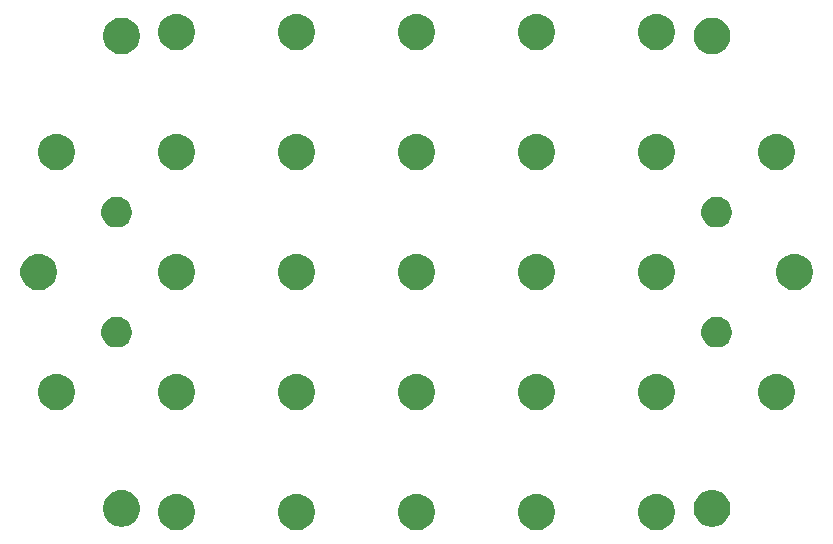
<source format=gbr>
G04 #@! TF.GenerationSoftware,KiCad,Pcbnew,5.1.5-52549c5~86~ubuntu18.04.1*
G04 #@! TF.CreationDate,2020-08-18T13:39:39-05:00*
G04 #@! TF.ProjectId,A00,4130302e-6b69-4636-9164-5f7063625858,rev?*
G04 #@! TF.SameCoordinates,Original*
G04 #@! TF.FileFunction,Soldermask,Bot*
G04 #@! TF.FilePolarity,Negative*
%FSLAX46Y46*%
G04 Gerber Fmt 4.6, Leading zero omitted, Abs format (unit mm)*
G04 Created by KiCad (PCBNEW 5.1.5-52549c5~86~ubuntu18.04.1) date 2020-08-18 13:39:39*
%MOMM*%
%LPD*%
G04 APERTURE LIST*
%ADD10C,0.100000*%
G04 APERTURE END LIST*
D10*
G36*
X158104773Y-143295259D02*
G01*
X158272410Y-143328604D01*
X158554674Y-143445521D01*
X158808705Y-143615259D01*
X159024741Y-143831295D01*
X159194479Y-144085326D01*
X159311396Y-144367590D01*
X159371000Y-144667240D01*
X159371000Y-144972760D01*
X159311396Y-145272410D01*
X159194479Y-145554674D01*
X159024741Y-145808705D01*
X158808705Y-146024741D01*
X158554674Y-146194479D01*
X158272410Y-146311396D01*
X158122585Y-146341198D01*
X157972761Y-146371000D01*
X157667239Y-146371000D01*
X157517415Y-146341198D01*
X157367590Y-146311396D01*
X157085326Y-146194479D01*
X156831295Y-146024741D01*
X156615259Y-145808705D01*
X156445521Y-145554674D01*
X156328604Y-145272410D01*
X156269000Y-144972760D01*
X156269000Y-144667240D01*
X156328604Y-144367590D01*
X156445521Y-144085326D01*
X156615259Y-143831295D01*
X156831295Y-143615259D01*
X157085326Y-143445521D01*
X157367590Y-143328604D01*
X157535227Y-143295259D01*
X157667239Y-143269000D01*
X157972761Y-143269000D01*
X158104773Y-143295259D01*
G37*
G36*
X147944773Y-143295259D02*
G01*
X148112410Y-143328604D01*
X148394674Y-143445521D01*
X148648705Y-143615259D01*
X148864741Y-143831295D01*
X149034479Y-144085326D01*
X149151396Y-144367590D01*
X149211000Y-144667240D01*
X149211000Y-144972760D01*
X149151396Y-145272410D01*
X149034479Y-145554674D01*
X148864741Y-145808705D01*
X148648705Y-146024741D01*
X148394674Y-146194479D01*
X148112410Y-146311396D01*
X147962585Y-146341198D01*
X147812761Y-146371000D01*
X147507239Y-146371000D01*
X147357415Y-146341198D01*
X147207590Y-146311396D01*
X146925326Y-146194479D01*
X146671295Y-146024741D01*
X146455259Y-145808705D01*
X146285521Y-145554674D01*
X146168604Y-145272410D01*
X146109000Y-144972760D01*
X146109000Y-144667240D01*
X146168604Y-144367590D01*
X146285521Y-144085326D01*
X146455259Y-143831295D01*
X146671295Y-143615259D01*
X146925326Y-143445521D01*
X147207590Y-143328604D01*
X147375227Y-143295259D01*
X147507239Y-143269000D01*
X147812761Y-143269000D01*
X147944773Y-143295259D01*
G37*
G36*
X117464773Y-143295259D02*
G01*
X117632410Y-143328604D01*
X117914674Y-143445521D01*
X118168705Y-143615259D01*
X118384741Y-143831295D01*
X118554479Y-144085326D01*
X118671396Y-144367590D01*
X118731000Y-144667240D01*
X118731000Y-144972760D01*
X118671396Y-145272410D01*
X118554479Y-145554674D01*
X118384741Y-145808705D01*
X118168705Y-146024741D01*
X117914674Y-146194479D01*
X117632410Y-146311396D01*
X117482585Y-146341198D01*
X117332761Y-146371000D01*
X117027239Y-146371000D01*
X116877415Y-146341198D01*
X116727590Y-146311396D01*
X116445326Y-146194479D01*
X116191295Y-146024741D01*
X115975259Y-145808705D01*
X115805521Y-145554674D01*
X115688604Y-145272410D01*
X115629000Y-144972760D01*
X115629000Y-144667240D01*
X115688604Y-144367590D01*
X115805521Y-144085326D01*
X115975259Y-143831295D01*
X116191295Y-143615259D01*
X116445326Y-143445521D01*
X116727590Y-143328604D01*
X116895227Y-143295259D01*
X117027239Y-143269000D01*
X117332761Y-143269000D01*
X117464773Y-143295259D01*
G37*
G36*
X137784773Y-143295259D02*
G01*
X137952410Y-143328604D01*
X138234674Y-143445521D01*
X138488705Y-143615259D01*
X138704741Y-143831295D01*
X138874479Y-144085326D01*
X138991396Y-144367590D01*
X139051000Y-144667240D01*
X139051000Y-144972760D01*
X138991396Y-145272410D01*
X138874479Y-145554674D01*
X138704741Y-145808705D01*
X138488705Y-146024741D01*
X138234674Y-146194479D01*
X137952410Y-146311396D01*
X137802585Y-146341198D01*
X137652761Y-146371000D01*
X137347239Y-146371000D01*
X137197415Y-146341198D01*
X137047590Y-146311396D01*
X136765326Y-146194479D01*
X136511295Y-146024741D01*
X136295259Y-145808705D01*
X136125521Y-145554674D01*
X136008604Y-145272410D01*
X135949000Y-144972760D01*
X135949000Y-144667240D01*
X136008604Y-144367590D01*
X136125521Y-144085326D01*
X136295259Y-143831295D01*
X136511295Y-143615259D01*
X136765326Y-143445521D01*
X137047590Y-143328604D01*
X137215227Y-143295259D01*
X137347239Y-143269000D01*
X137652761Y-143269000D01*
X137784773Y-143295259D01*
G37*
G36*
X127624773Y-143295259D02*
G01*
X127792410Y-143328604D01*
X128074674Y-143445521D01*
X128328705Y-143615259D01*
X128544741Y-143831295D01*
X128714479Y-144085326D01*
X128831396Y-144367590D01*
X128891000Y-144667240D01*
X128891000Y-144972760D01*
X128831396Y-145272410D01*
X128714479Y-145554674D01*
X128544741Y-145808705D01*
X128328705Y-146024741D01*
X128074674Y-146194479D01*
X127792410Y-146311396D01*
X127642585Y-146341198D01*
X127492761Y-146371000D01*
X127187239Y-146371000D01*
X127037415Y-146341198D01*
X126887590Y-146311396D01*
X126605326Y-146194479D01*
X126351295Y-146024741D01*
X126135259Y-145808705D01*
X125965521Y-145554674D01*
X125848604Y-145272410D01*
X125789000Y-144972760D01*
X125789000Y-144667240D01*
X125848604Y-144367590D01*
X125965521Y-144085326D01*
X126135259Y-143831295D01*
X126351295Y-143615259D01*
X126605326Y-143445521D01*
X126887590Y-143328604D01*
X127055227Y-143295259D01*
X127187239Y-143269000D01*
X127492761Y-143269000D01*
X127624773Y-143295259D01*
G37*
G36*
X162802585Y-142978802D02*
G01*
X162952410Y-143008604D01*
X163234674Y-143125521D01*
X163488705Y-143295259D01*
X163704741Y-143511295D01*
X163874479Y-143765326D01*
X163991396Y-144047590D01*
X164051000Y-144347240D01*
X164051000Y-144652760D01*
X163991396Y-144952410D01*
X163874479Y-145234674D01*
X163704741Y-145488705D01*
X163488705Y-145704741D01*
X163234674Y-145874479D01*
X162952410Y-145991396D01*
X162802585Y-146021198D01*
X162652761Y-146051000D01*
X162347239Y-146051000D01*
X162197415Y-146021198D01*
X162047590Y-145991396D01*
X161765326Y-145874479D01*
X161511295Y-145704741D01*
X161295259Y-145488705D01*
X161125521Y-145234674D01*
X161008604Y-144952410D01*
X160949000Y-144652760D01*
X160949000Y-144347240D01*
X161008604Y-144047590D01*
X161125521Y-143765326D01*
X161295259Y-143511295D01*
X161511295Y-143295259D01*
X161765326Y-143125521D01*
X162047590Y-143008604D01*
X162197415Y-142978802D01*
X162347239Y-142949000D01*
X162652761Y-142949000D01*
X162802585Y-142978802D01*
G37*
G36*
X112802585Y-142978802D02*
G01*
X112952410Y-143008604D01*
X113234674Y-143125521D01*
X113488705Y-143295259D01*
X113704741Y-143511295D01*
X113874479Y-143765326D01*
X113991396Y-144047590D01*
X114051000Y-144347240D01*
X114051000Y-144652760D01*
X113991396Y-144952410D01*
X113874479Y-145234674D01*
X113704741Y-145488705D01*
X113488705Y-145704741D01*
X113234674Y-145874479D01*
X112952410Y-145991396D01*
X112802585Y-146021198D01*
X112652761Y-146051000D01*
X112347239Y-146051000D01*
X112197415Y-146021198D01*
X112047590Y-145991396D01*
X111765326Y-145874479D01*
X111511295Y-145704741D01*
X111295259Y-145488705D01*
X111125521Y-145234674D01*
X111008604Y-144952410D01*
X110949000Y-144652760D01*
X110949000Y-144347240D01*
X111008604Y-144047590D01*
X111125521Y-143765326D01*
X111295259Y-143511295D01*
X111511295Y-143295259D01*
X111765326Y-143125521D01*
X112047590Y-143008604D01*
X112197415Y-142978802D01*
X112347239Y-142949000D01*
X112652761Y-142949000D01*
X112802585Y-142978802D01*
G37*
G36*
X127642585Y-133138802D02*
G01*
X127792410Y-133168604D01*
X128074674Y-133285521D01*
X128328705Y-133455259D01*
X128544741Y-133671295D01*
X128714479Y-133925326D01*
X128831396Y-134207590D01*
X128891000Y-134507240D01*
X128891000Y-134812760D01*
X128831396Y-135112410D01*
X128714479Y-135394674D01*
X128544741Y-135648705D01*
X128328705Y-135864741D01*
X128074674Y-136034479D01*
X127792410Y-136151396D01*
X127642585Y-136181198D01*
X127492761Y-136211000D01*
X127187239Y-136211000D01*
X127037415Y-136181198D01*
X126887590Y-136151396D01*
X126605326Y-136034479D01*
X126351295Y-135864741D01*
X126135259Y-135648705D01*
X125965521Y-135394674D01*
X125848604Y-135112410D01*
X125789000Y-134812760D01*
X125789000Y-134507240D01*
X125848604Y-134207590D01*
X125965521Y-133925326D01*
X126135259Y-133671295D01*
X126351295Y-133455259D01*
X126605326Y-133285521D01*
X126887590Y-133168604D01*
X127037415Y-133138802D01*
X127187239Y-133109000D01*
X127492761Y-133109000D01*
X127642585Y-133138802D01*
G37*
G36*
X107322585Y-133138802D02*
G01*
X107472410Y-133168604D01*
X107754674Y-133285521D01*
X108008705Y-133455259D01*
X108224741Y-133671295D01*
X108394479Y-133925326D01*
X108511396Y-134207590D01*
X108571000Y-134507240D01*
X108571000Y-134812760D01*
X108511396Y-135112410D01*
X108394479Y-135394674D01*
X108224741Y-135648705D01*
X108008705Y-135864741D01*
X107754674Y-136034479D01*
X107472410Y-136151396D01*
X107322585Y-136181198D01*
X107172761Y-136211000D01*
X106867239Y-136211000D01*
X106717415Y-136181198D01*
X106567590Y-136151396D01*
X106285326Y-136034479D01*
X106031295Y-135864741D01*
X105815259Y-135648705D01*
X105645521Y-135394674D01*
X105528604Y-135112410D01*
X105469000Y-134812760D01*
X105469000Y-134507240D01*
X105528604Y-134207590D01*
X105645521Y-133925326D01*
X105815259Y-133671295D01*
X106031295Y-133455259D01*
X106285326Y-133285521D01*
X106567590Y-133168604D01*
X106717415Y-133138802D01*
X106867239Y-133109000D01*
X107172761Y-133109000D01*
X107322585Y-133138802D01*
G37*
G36*
X117482585Y-133138802D02*
G01*
X117632410Y-133168604D01*
X117914674Y-133285521D01*
X118168705Y-133455259D01*
X118384741Y-133671295D01*
X118554479Y-133925326D01*
X118671396Y-134207590D01*
X118731000Y-134507240D01*
X118731000Y-134812760D01*
X118671396Y-135112410D01*
X118554479Y-135394674D01*
X118384741Y-135648705D01*
X118168705Y-135864741D01*
X117914674Y-136034479D01*
X117632410Y-136151396D01*
X117482585Y-136181198D01*
X117332761Y-136211000D01*
X117027239Y-136211000D01*
X116877415Y-136181198D01*
X116727590Y-136151396D01*
X116445326Y-136034479D01*
X116191295Y-135864741D01*
X115975259Y-135648705D01*
X115805521Y-135394674D01*
X115688604Y-135112410D01*
X115629000Y-134812760D01*
X115629000Y-134507240D01*
X115688604Y-134207590D01*
X115805521Y-133925326D01*
X115975259Y-133671295D01*
X116191295Y-133455259D01*
X116445326Y-133285521D01*
X116727590Y-133168604D01*
X116877415Y-133138802D01*
X117027239Y-133109000D01*
X117332761Y-133109000D01*
X117482585Y-133138802D01*
G37*
G36*
X137802585Y-133138802D02*
G01*
X137952410Y-133168604D01*
X138234674Y-133285521D01*
X138488705Y-133455259D01*
X138704741Y-133671295D01*
X138874479Y-133925326D01*
X138991396Y-134207590D01*
X139051000Y-134507240D01*
X139051000Y-134812760D01*
X138991396Y-135112410D01*
X138874479Y-135394674D01*
X138704741Y-135648705D01*
X138488705Y-135864741D01*
X138234674Y-136034479D01*
X137952410Y-136151396D01*
X137802585Y-136181198D01*
X137652761Y-136211000D01*
X137347239Y-136211000D01*
X137197415Y-136181198D01*
X137047590Y-136151396D01*
X136765326Y-136034479D01*
X136511295Y-135864741D01*
X136295259Y-135648705D01*
X136125521Y-135394674D01*
X136008604Y-135112410D01*
X135949000Y-134812760D01*
X135949000Y-134507240D01*
X136008604Y-134207590D01*
X136125521Y-133925326D01*
X136295259Y-133671295D01*
X136511295Y-133455259D01*
X136765326Y-133285521D01*
X137047590Y-133168604D01*
X137197415Y-133138802D01*
X137347239Y-133109000D01*
X137652761Y-133109000D01*
X137802585Y-133138802D01*
G37*
G36*
X147962585Y-133138802D02*
G01*
X148112410Y-133168604D01*
X148394674Y-133285521D01*
X148648705Y-133455259D01*
X148864741Y-133671295D01*
X149034479Y-133925326D01*
X149151396Y-134207590D01*
X149211000Y-134507240D01*
X149211000Y-134812760D01*
X149151396Y-135112410D01*
X149034479Y-135394674D01*
X148864741Y-135648705D01*
X148648705Y-135864741D01*
X148394674Y-136034479D01*
X148112410Y-136151396D01*
X147962585Y-136181198D01*
X147812761Y-136211000D01*
X147507239Y-136211000D01*
X147357415Y-136181198D01*
X147207590Y-136151396D01*
X146925326Y-136034479D01*
X146671295Y-135864741D01*
X146455259Y-135648705D01*
X146285521Y-135394674D01*
X146168604Y-135112410D01*
X146109000Y-134812760D01*
X146109000Y-134507240D01*
X146168604Y-134207590D01*
X146285521Y-133925326D01*
X146455259Y-133671295D01*
X146671295Y-133455259D01*
X146925326Y-133285521D01*
X147207590Y-133168604D01*
X147357415Y-133138802D01*
X147507239Y-133109000D01*
X147812761Y-133109000D01*
X147962585Y-133138802D01*
G37*
G36*
X168282585Y-133138802D02*
G01*
X168432410Y-133168604D01*
X168714674Y-133285521D01*
X168968705Y-133455259D01*
X169184741Y-133671295D01*
X169354479Y-133925326D01*
X169471396Y-134207590D01*
X169531000Y-134507240D01*
X169531000Y-134812760D01*
X169471396Y-135112410D01*
X169354479Y-135394674D01*
X169184741Y-135648705D01*
X168968705Y-135864741D01*
X168714674Y-136034479D01*
X168432410Y-136151396D01*
X168282585Y-136181198D01*
X168132761Y-136211000D01*
X167827239Y-136211000D01*
X167677415Y-136181198D01*
X167527590Y-136151396D01*
X167245326Y-136034479D01*
X166991295Y-135864741D01*
X166775259Y-135648705D01*
X166605521Y-135394674D01*
X166488604Y-135112410D01*
X166429000Y-134812760D01*
X166429000Y-134507240D01*
X166488604Y-134207590D01*
X166605521Y-133925326D01*
X166775259Y-133671295D01*
X166991295Y-133455259D01*
X167245326Y-133285521D01*
X167527590Y-133168604D01*
X167677415Y-133138802D01*
X167827239Y-133109000D01*
X168132761Y-133109000D01*
X168282585Y-133138802D01*
G37*
G36*
X158122585Y-133138802D02*
G01*
X158272410Y-133168604D01*
X158554674Y-133285521D01*
X158808705Y-133455259D01*
X159024741Y-133671295D01*
X159194479Y-133925326D01*
X159311396Y-134207590D01*
X159371000Y-134507240D01*
X159371000Y-134812760D01*
X159311396Y-135112410D01*
X159194479Y-135394674D01*
X159024741Y-135648705D01*
X158808705Y-135864741D01*
X158554674Y-136034479D01*
X158272410Y-136151396D01*
X158122585Y-136181198D01*
X157972761Y-136211000D01*
X157667239Y-136211000D01*
X157517415Y-136181198D01*
X157367590Y-136151396D01*
X157085326Y-136034479D01*
X156831295Y-135864741D01*
X156615259Y-135648705D01*
X156445521Y-135394674D01*
X156328604Y-135112410D01*
X156269000Y-134812760D01*
X156269000Y-134507240D01*
X156328604Y-134207590D01*
X156445521Y-133925326D01*
X156615259Y-133671295D01*
X156831295Y-133455259D01*
X157085326Y-133285521D01*
X157367590Y-133168604D01*
X157517415Y-133138802D01*
X157667239Y-133109000D01*
X157972761Y-133109000D01*
X158122585Y-133138802D01*
G37*
G36*
X112479393Y-128329304D02*
G01*
X112716101Y-128427352D01*
X112716103Y-128427353D01*
X112929135Y-128569696D01*
X113110304Y-128750865D01*
X113252647Y-128963897D01*
X113252648Y-128963899D01*
X113350696Y-129200607D01*
X113400680Y-129451893D01*
X113400680Y-129708107D01*
X113350696Y-129959393D01*
X113252648Y-130196101D01*
X113252647Y-130196103D01*
X113110304Y-130409135D01*
X112929135Y-130590304D01*
X112716103Y-130732647D01*
X112716102Y-130732648D01*
X112716101Y-130732648D01*
X112479393Y-130830696D01*
X112228107Y-130880680D01*
X111971893Y-130880680D01*
X111720607Y-130830696D01*
X111483899Y-130732648D01*
X111483898Y-130732648D01*
X111483897Y-130732647D01*
X111270865Y-130590304D01*
X111089696Y-130409135D01*
X110947353Y-130196103D01*
X110947352Y-130196101D01*
X110849304Y-129959393D01*
X110799320Y-129708107D01*
X110799320Y-129451893D01*
X110849304Y-129200607D01*
X110947352Y-128963899D01*
X110947353Y-128963897D01*
X111089696Y-128750865D01*
X111270865Y-128569696D01*
X111483897Y-128427353D01*
X111483899Y-128427352D01*
X111720607Y-128329304D01*
X111971893Y-128279320D01*
X112228107Y-128279320D01*
X112479393Y-128329304D01*
G37*
G36*
X163279393Y-128329304D02*
G01*
X163516101Y-128427352D01*
X163516103Y-128427353D01*
X163729135Y-128569696D01*
X163910304Y-128750865D01*
X164052647Y-128963897D01*
X164052648Y-128963899D01*
X164150696Y-129200607D01*
X164200680Y-129451893D01*
X164200680Y-129708107D01*
X164150696Y-129959393D01*
X164052648Y-130196101D01*
X164052647Y-130196103D01*
X163910304Y-130409135D01*
X163729135Y-130590304D01*
X163516103Y-130732647D01*
X163516102Y-130732648D01*
X163516101Y-130732648D01*
X163279393Y-130830696D01*
X163028107Y-130880680D01*
X162771893Y-130880680D01*
X162520607Y-130830696D01*
X162283899Y-130732648D01*
X162283898Y-130732648D01*
X162283897Y-130732647D01*
X162070865Y-130590304D01*
X161889696Y-130409135D01*
X161747353Y-130196103D01*
X161747352Y-130196101D01*
X161649304Y-129959393D01*
X161599320Y-129708107D01*
X161599320Y-129451893D01*
X161649304Y-129200607D01*
X161747352Y-128963899D01*
X161747353Y-128963897D01*
X161889696Y-128750865D01*
X162070865Y-128569696D01*
X162283897Y-128427353D01*
X162283899Y-128427352D01*
X162520607Y-128329304D01*
X162771893Y-128279320D01*
X163028107Y-128279320D01*
X163279393Y-128329304D01*
G37*
G36*
X158122585Y-122978802D02*
G01*
X158272410Y-123008604D01*
X158554674Y-123125521D01*
X158808705Y-123295259D01*
X159024741Y-123511295D01*
X159194479Y-123765326D01*
X159311396Y-124047590D01*
X159371000Y-124347240D01*
X159371000Y-124652760D01*
X159311396Y-124952410D01*
X159194479Y-125234674D01*
X159024741Y-125488705D01*
X158808705Y-125704741D01*
X158554674Y-125874479D01*
X158272410Y-125991396D01*
X158122585Y-126021198D01*
X157972761Y-126051000D01*
X157667239Y-126051000D01*
X157517415Y-126021198D01*
X157367590Y-125991396D01*
X157085326Y-125874479D01*
X156831295Y-125704741D01*
X156615259Y-125488705D01*
X156445521Y-125234674D01*
X156328604Y-124952410D01*
X156269000Y-124652760D01*
X156269000Y-124347240D01*
X156328604Y-124047590D01*
X156445521Y-123765326D01*
X156615259Y-123511295D01*
X156831295Y-123295259D01*
X157085326Y-123125521D01*
X157367590Y-123008604D01*
X157517415Y-122978802D01*
X157667239Y-122949000D01*
X157972761Y-122949000D01*
X158122585Y-122978802D01*
G37*
G36*
X105802585Y-122978802D02*
G01*
X105952410Y-123008604D01*
X106234674Y-123125521D01*
X106488705Y-123295259D01*
X106704741Y-123511295D01*
X106874479Y-123765326D01*
X106991396Y-124047590D01*
X107051000Y-124347240D01*
X107051000Y-124652760D01*
X106991396Y-124952410D01*
X106874479Y-125234674D01*
X106704741Y-125488705D01*
X106488705Y-125704741D01*
X106234674Y-125874479D01*
X105952410Y-125991396D01*
X105802585Y-126021198D01*
X105652761Y-126051000D01*
X105347239Y-126051000D01*
X105197415Y-126021198D01*
X105047590Y-125991396D01*
X104765326Y-125874479D01*
X104511295Y-125704741D01*
X104295259Y-125488705D01*
X104125521Y-125234674D01*
X104008604Y-124952410D01*
X103949000Y-124652760D01*
X103949000Y-124347240D01*
X104008604Y-124047590D01*
X104125521Y-123765326D01*
X104295259Y-123511295D01*
X104511295Y-123295259D01*
X104765326Y-123125521D01*
X105047590Y-123008604D01*
X105197415Y-122978802D01*
X105347239Y-122949000D01*
X105652761Y-122949000D01*
X105802585Y-122978802D01*
G37*
G36*
X117482585Y-122978802D02*
G01*
X117632410Y-123008604D01*
X117914674Y-123125521D01*
X118168705Y-123295259D01*
X118384741Y-123511295D01*
X118554479Y-123765326D01*
X118671396Y-124047590D01*
X118731000Y-124347240D01*
X118731000Y-124652760D01*
X118671396Y-124952410D01*
X118554479Y-125234674D01*
X118384741Y-125488705D01*
X118168705Y-125704741D01*
X117914674Y-125874479D01*
X117632410Y-125991396D01*
X117482585Y-126021198D01*
X117332761Y-126051000D01*
X117027239Y-126051000D01*
X116877415Y-126021198D01*
X116727590Y-125991396D01*
X116445326Y-125874479D01*
X116191295Y-125704741D01*
X115975259Y-125488705D01*
X115805521Y-125234674D01*
X115688604Y-124952410D01*
X115629000Y-124652760D01*
X115629000Y-124347240D01*
X115688604Y-124047590D01*
X115805521Y-123765326D01*
X115975259Y-123511295D01*
X116191295Y-123295259D01*
X116445326Y-123125521D01*
X116727590Y-123008604D01*
X116877415Y-122978802D01*
X117027239Y-122949000D01*
X117332761Y-122949000D01*
X117482585Y-122978802D01*
G37*
G36*
X127642585Y-122978802D02*
G01*
X127792410Y-123008604D01*
X128074674Y-123125521D01*
X128328705Y-123295259D01*
X128544741Y-123511295D01*
X128714479Y-123765326D01*
X128831396Y-124047590D01*
X128891000Y-124347240D01*
X128891000Y-124652760D01*
X128831396Y-124952410D01*
X128714479Y-125234674D01*
X128544741Y-125488705D01*
X128328705Y-125704741D01*
X128074674Y-125874479D01*
X127792410Y-125991396D01*
X127642585Y-126021198D01*
X127492761Y-126051000D01*
X127187239Y-126051000D01*
X127037415Y-126021198D01*
X126887590Y-125991396D01*
X126605326Y-125874479D01*
X126351295Y-125704741D01*
X126135259Y-125488705D01*
X125965521Y-125234674D01*
X125848604Y-124952410D01*
X125789000Y-124652760D01*
X125789000Y-124347240D01*
X125848604Y-124047590D01*
X125965521Y-123765326D01*
X126135259Y-123511295D01*
X126351295Y-123295259D01*
X126605326Y-123125521D01*
X126887590Y-123008604D01*
X127037415Y-122978802D01*
X127187239Y-122949000D01*
X127492761Y-122949000D01*
X127642585Y-122978802D01*
G37*
G36*
X147962585Y-122978802D02*
G01*
X148112410Y-123008604D01*
X148394674Y-123125521D01*
X148648705Y-123295259D01*
X148864741Y-123511295D01*
X149034479Y-123765326D01*
X149151396Y-124047590D01*
X149211000Y-124347240D01*
X149211000Y-124652760D01*
X149151396Y-124952410D01*
X149034479Y-125234674D01*
X148864741Y-125488705D01*
X148648705Y-125704741D01*
X148394674Y-125874479D01*
X148112410Y-125991396D01*
X147962585Y-126021198D01*
X147812761Y-126051000D01*
X147507239Y-126051000D01*
X147357415Y-126021198D01*
X147207590Y-125991396D01*
X146925326Y-125874479D01*
X146671295Y-125704741D01*
X146455259Y-125488705D01*
X146285521Y-125234674D01*
X146168604Y-124952410D01*
X146109000Y-124652760D01*
X146109000Y-124347240D01*
X146168604Y-124047590D01*
X146285521Y-123765326D01*
X146455259Y-123511295D01*
X146671295Y-123295259D01*
X146925326Y-123125521D01*
X147207590Y-123008604D01*
X147357415Y-122978802D01*
X147507239Y-122949000D01*
X147812761Y-122949000D01*
X147962585Y-122978802D01*
G37*
G36*
X169802585Y-122978802D02*
G01*
X169952410Y-123008604D01*
X170234674Y-123125521D01*
X170488705Y-123295259D01*
X170704741Y-123511295D01*
X170874479Y-123765326D01*
X170991396Y-124047590D01*
X171051000Y-124347240D01*
X171051000Y-124652760D01*
X170991396Y-124952410D01*
X170874479Y-125234674D01*
X170704741Y-125488705D01*
X170488705Y-125704741D01*
X170234674Y-125874479D01*
X169952410Y-125991396D01*
X169802585Y-126021198D01*
X169652761Y-126051000D01*
X169347239Y-126051000D01*
X169197415Y-126021198D01*
X169047590Y-125991396D01*
X168765326Y-125874479D01*
X168511295Y-125704741D01*
X168295259Y-125488705D01*
X168125521Y-125234674D01*
X168008604Y-124952410D01*
X167949000Y-124652760D01*
X167949000Y-124347240D01*
X168008604Y-124047590D01*
X168125521Y-123765326D01*
X168295259Y-123511295D01*
X168511295Y-123295259D01*
X168765326Y-123125521D01*
X169047590Y-123008604D01*
X169197415Y-122978802D01*
X169347239Y-122949000D01*
X169652761Y-122949000D01*
X169802585Y-122978802D01*
G37*
G36*
X137802585Y-122978802D02*
G01*
X137952410Y-123008604D01*
X138234674Y-123125521D01*
X138488705Y-123295259D01*
X138704741Y-123511295D01*
X138874479Y-123765326D01*
X138991396Y-124047590D01*
X139051000Y-124347240D01*
X139051000Y-124652760D01*
X138991396Y-124952410D01*
X138874479Y-125234674D01*
X138704741Y-125488705D01*
X138488705Y-125704741D01*
X138234674Y-125874479D01*
X137952410Y-125991396D01*
X137802585Y-126021198D01*
X137652761Y-126051000D01*
X137347239Y-126051000D01*
X137197415Y-126021198D01*
X137047590Y-125991396D01*
X136765326Y-125874479D01*
X136511295Y-125704741D01*
X136295259Y-125488705D01*
X136125521Y-125234674D01*
X136008604Y-124952410D01*
X135949000Y-124652760D01*
X135949000Y-124347240D01*
X136008604Y-124047590D01*
X136125521Y-123765326D01*
X136295259Y-123511295D01*
X136511295Y-123295259D01*
X136765326Y-123125521D01*
X137047590Y-123008604D01*
X137197415Y-122978802D01*
X137347239Y-122949000D01*
X137652761Y-122949000D01*
X137802585Y-122978802D01*
G37*
G36*
X112479393Y-118169304D02*
G01*
X112716101Y-118267352D01*
X112716103Y-118267353D01*
X112929135Y-118409696D01*
X113110304Y-118590865D01*
X113252647Y-118803897D01*
X113252648Y-118803899D01*
X113350696Y-119040607D01*
X113400680Y-119291893D01*
X113400680Y-119548107D01*
X113350696Y-119799393D01*
X113252648Y-120036101D01*
X113252647Y-120036103D01*
X113110304Y-120249135D01*
X112929135Y-120430304D01*
X112716103Y-120572647D01*
X112716102Y-120572648D01*
X112716101Y-120572648D01*
X112479393Y-120670696D01*
X112228107Y-120720680D01*
X111971893Y-120720680D01*
X111720607Y-120670696D01*
X111483899Y-120572648D01*
X111483898Y-120572648D01*
X111483897Y-120572647D01*
X111270865Y-120430304D01*
X111089696Y-120249135D01*
X110947353Y-120036103D01*
X110947352Y-120036101D01*
X110849304Y-119799393D01*
X110799320Y-119548107D01*
X110799320Y-119291893D01*
X110849304Y-119040607D01*
X110947352Y-118803899D01*
X110947353Y-118803897D01*
X111089696Y-118590865D01*
X111270865Y-118409696D01*
X111483897Y-118267353D01*
X111483899Y-118267352D01*
X111720607Y-118169304D01*
X111971893Y-118119320D01*
X112228107Y-118119320D01*
X112479393Y-118169304D01*
G37*
G36*
X163279393Y-118169304D02*
G01*
X163516101Y-118267352D01*
X163516103Y-118267353D01*
X163729135Y-118409696D01*
X163910304Y-118590865D01*
X164052647Y-118803897D01*
X164052648Y-118803899D01*
X164150696Y-119040607D01*
X164200680Y-119291893D01*
X164200680Y-119548107D01*
X164150696Y-119799393D01*
X164052648Y-120036101D01*
X164052647Y-120036103D01*
X163910304Y-120249135D01*
X163729135Y-120430304D01*
X163516103Y-120572647D01*
X163516102Y-120572648D01*
X163516101Y-120572648D01*
X163279393Y-120670696D01*
X163028107Y-120720680D01*
X162771893Y-120720680D01*
X162520607Y-120670696D01*
X162283899Y-120572648D01*
X162283898Y-120572648D01*
X162283897Y-120572647D01*
X162070865Y-120430304D01*
X161889696Y-120249135D01*
X161747353Y-120036103D01*
X161747352Y-120036101D01*
X161649304Y-119799393D01*
X161599320Y-119548107D01*
X161599320Y-119291893D01*
X161649304Y-119040607D01*
X161747352Y-118803899D01*
X161747353Y-118803897D01*
X161889696Y-118590865D01*
X162070865Y-118409696D01*
X162283897Y-118267353D01*
X162283899Y-118267352D01*
X162520607Y-118169304D01*
X162771893Y-118119320D01*
X163028107Y-118119320D01*
X163279393Y-118169304D01*
G37*
G36*
X137802585Y-112818802D02*
G01*
X137952410Y-112848604D01*
X138234674Y-112965521D01*
X138488705Y-113135259D01*
X138704741Y-113351295D01*
X138874479Y-113605326D01*
X138991396Y-113887590D01*
X139051000Y-114187240D01*
X139051000Y-114492760D01*
X138991396Y-114792410D01*
X138874479Y-115074674D01*
X138704741Y-115328705D01*
X138488705Y-115544741D01*
X138234674Y-115714479D01*
X137952410Y-115831396D01*
X137802585Y-115861198D01*
X137652761Y-115891000D01*
X137347239Y-115891000D01*
X137197415Y-115861198D01*
X137047590Y-115831396D01*
X136765326Y-115714479D01*
X136511295Y-115544741D01*
X136295259Y-115328705D01*
X136125521Y-115074674D01*
X136008604Y-114792410D01*
X135949000Y-114492760D01*
X135949000Y-114187240D01*
X136008604Y-113887590D01*
X136125521Y-113605326D01*
X136295259Y-113351295D01*
X136511295Y-113135259D01*
X136765326Y-112965521D01*
X137047590Y-112848604D01*
X137197415Y-112818802D01*
X137347239Y-112789000D01*
X137652761Y-112789000D01*
X137802585Y-112818802D01*
G37*
G36*
X117482585Y-112818802D02*
G01*
X117632410Y-112848604D01*
X117914674Y-112965521D01*
X118168705Y-113135259D01*
X118384741Y-113351295D01*
X118554479Y-113605326D01*
X118671396Y-113887590D01*
X118731000Y-114187240D01*
X118731000Y-114492760D01*
X118671396Y-114792410D01*
X118554479Y-115074674D01*
X118384741Y-115328705D01*
X118168705Y-115544741D01*
X117914674Y-115714479D01*
X117632410Y-115831396D01*
X117482585Y-115861198D01*
X117332761Y-115891000D01*
X117027239Y-115891000D01*
X116877415Y-115861198D01*
X116727590Y-115831396D01*
X116445326Y-115714479D01*
X116191295Y-115544741D01*
X115975259Y-115328705D01*
X115805521Y-115074674D01*
X115688604Y-114792410D01*
X115629000Y-114492760D01*
X115629000Y-114187240D01*
X115688604Y-113887590D01*
X115805521Y-113605326D01*
X115975259Y-113351295D01*
X116191295Y-113135259D01*
X116445326Y-112965521D01*
X116727590Y-112848604D01*
X116877415Y-112818802D01*
X117027239Y-112789000D01*
X117332761Y-112789000D01*
X117482585Y-112818802D01*
G37*
G36*
X127642585Y-112818802D02*
G01*
X127792410Y-112848604D01*
X128074674Y-112965521D01*
X128328705Y-113135259D01*
X128544741Y-113351295D01*
X128714479Y-113605326D01*
X128831396Y-113887590D01*
X128891000Y-114187240D01*
X128891000Y-114492760D01*
X128831396Y-114792410D01*
X128714479Y-115074674D01*
X128544741Y-115328705D01*
X128328705Y-115544741D01*
X128074674Y-115714479D01*
X127792410Y-115831396D01*
X127642585Y-115861198D01*
X127492761Y-115891000D01*
X127187239Y-115891000D01*
X127037415Y-115861198D01*
X126887590Y-115831396D01*
X126605326Y-115714479D01*
X126351295Y-115544741D01*
X126135259Y-115328705D01*
X125965521Y-115074674D01*
X125848604Y-114792410D01*
X125789000Y-114492760D01*
X125789000Y-114187240D01*
X125848604Y-113887590D01*
X125965521Y-113605326D01*
X126135259Y-113351295D01*
X126351295Y-113135259D01*
X126605326Y-112965521D01*
X126887590Y-112848604D01*
X127037415Y-112818802D01*
X127187239Y-112789000D01*
X127492761Y-112789000D01*
X127642585Y-112818802D01*
G37*
G36*
X147962585Y-112818802D02*
G01*
X148112410Y-112848604D01*
X148394674Y-112965521D01*
X148648705Y-113135259D01*
X148864741Y-113351295D01*
X149034479Y-113605326D01*
X149151396Y-113887590D01*
X149211000Y-114187240D01*
X149211000Y-114492760D01*
X149151396Y-114792410D01*
X149034479Y-115074674D01*
X148864741Y-115328705D01*
X148648705Y-115544741D01*
X148394674Y-115714479D01*
X148112410Y-115831396D01*
X147962585Y-115861198D01*
X147812761Y-115891000D01*
X147507239Y-115891000D01*
X147357415Y-115861198D01*
X147207590Y-115831396D01*
X146925326Y-115714479D01*
X146671295Y-115544741D01*
X146455259Y-115328705D01*
X146285521Y-115074674D01*
X146168604Y-114792410D01*
X146109000Y-114492760D01*
X146109000Y-114187240D01*
X146168604Y-113887590D01*
X146285521Y-113605326D01*
X146455259Y-113351295D01*
X146671295Y-113135259D01*
X146925326Y-112965521D01*
X147207590Y-112848604D01*
X147357415Y-112818802D01*
X147507239Y-112789000D01*
X147812761Y-112789000D01*
X147962585Y-112818802D01*
G37*
G36*
X158122585Y-112818802D02*
G01*
X158272410Y-112848604D01*
X158554674Y-112965521D01*
X158808705Y-113135259D01*
X159024741Y-113351295D01*
X159194479Y-113605326D01*
X159311396Y-113887590D01*
X159371000Y-114187240D01*
X159371000Y-114492760D01*
X159311396Y-114792410D01*
X159194479Y-115074674D01*
X159024741Y-115328705D01*
X158808705Y-115544741D01*
X158554674Y-115714479D01*
X158272410Y-115831396D01*
X158122585Y-115861198D01*
X157972761Y-115891000D01*
X157667239Y-115891000D01*
X157517415Y-115861198D01*
X157367590Y-115831396D01*
X157085326Y-115714479D01*
X156831295Y-115544741D01*
X156615259Y-115328705D01*
X156445521Y-115074674D01*
X156328604Y-114792410D01*
X156269000Y-114492760D01*
X156269000Y-114187240D01*
X156328604Y-113887590D01*
X156445521Y-113605326D01*
X156615259Y-113351295D01*
X156831295Y-113135259D01*
X157085326Y-112965521D01*
X157367590Y-112848604D01*
X157517415Y-112818802D01*
X157667239Y-112789000D01*
X157972761Y-112789000D01*
X158122585Y-112818802D01*
G37*
G36*
X168282585Y-112818802D02*
G01*
X168432410Y-112848604D01*
X168714674Y-112965521D01*
X168968705Y-113135259D01*
X169184741Y-113351295D01*
X169354479Y-113605326D01*
X169471396Y-113887590D01*
X169531000Y-114187240D01*
X169531000Y-114492760D01*
X169471396Y-114792410D01*
X169354479Y-115074674D01*
X169184741Y-115328705D01*
X168968705Y-115544741D01*
X168714674Y-115714479D01*
X168432410Y-115831396D01*
X168282585Y-115861198D01*
X168132761Y-115891000D01*
X167827239Y-115891000D01*
X167677415Y-115861198D01*
X167527590Y-115831396D01*
X167245326Y-115714479D01*
X166991295Y-115544741D01*
X166775259Y-115328705D01*
X166605521Y-115074674D01*
X166488604Y-114792410D01*
X166429000Y-114492760D01*
X166429000Y-114187240D01*
X166488604Y-113887590D01*
X166605521Y-113605326D01*
X166775259Y-113351295D01*
X166991295Y-113135259D01*
X167245326Y-112965521D01*
X167527590Y-112848604D01*
X167677415Y-112818802D01*
X167827239Y-112789000D01*
X168132761Y-112789000D01*
X168282585Y-112818802D01*
G37*
G36*
X107322585Y-112818802D02*
G01*
X107472410Y-112848604D01*
X107754674Y-112965521D01*
X108008705Y-113135259D01*
X108224741Y-113351295D01*
X108394479Y-113605326D01*
X108511396Y-113887590D01*
X108571000Y-114187240D01*
X108571000Y-114492760D01*
X108511396Y-114792410D01*
X108394479Y-115074674D01*
X108224741Y-115328705D01*
X108008705Y-115544741D01*
X107754674Y-115714479D01*
X107472410Y-115831396D01*
X107322585Y-115861198D01*
X107172761Y-115891000D01*
X106867239Y-115891000D01*
X106717415Y-115861198D01*
X106567590Y-115831396D01*
X106285326Y-115714479D01*
X106031295Y-115544741D01*
X105815259Y-115328705D01*
X105645521Y-115074674D01*
X105528604Y-114792410D01*
X105469000Y-114492760D01*
X105469000Y-114187240D01*
X105528604Y-113887590D01*
X105645521Y-113605326D01*
X105815259Y-113351295D01*
X106031295Y-113135259D01*
X106285326Y-112965521D01*
X106567590Y-112848604D01*
X106717415Y-112818802D01*
X106867239Y-112789000D01*
X107172761Y-112789000D01*
X107322585Y-112818802D01*
G37*
G36*
X112784773Y-102975259D02*
G01*
X112952410Y-103008604D01*
X113234674Y-103125521D01*
X113488705Y-103295259D01*
X113704741Y-103511295D01*
X113874479Y-103765326D01*
X113991396Y-104047590D01*
X114051000Y-104347240D01*
X114051000Y-104652760D01*
X113991396Y-104952410D01*
X113874479Y-105234674D01*
X113704741Y-105488705D01*
X113488705Y-105704741D01*
X113234674Y-105874479D01*
X112952410Y-105991396D01*
X112802585Y-106021198D01*
X112652761Y-106051000D01*
X112347239Y-106051000D01*
X112197415Y-106021198D01*
X112047590Y-105991396D01*
X111765326Y-105874479D01*
X111511295Y-105704741D01*
X111295259Y-105488705D01*
X111125521Y-105234674D01*
X111008604Y-104952410D01*
X110949000Y-104652760D01*
X110949000Y-104347240D01*
X111008604Y-104047590D01*
X111125521Y-103765326D01*
X111295259Y-103511295D01*
X111511295Y-103295259D01*
X111765326Y-103125521D01*
X112047590Y-103008604D01*
X112215227Y-102975259D01*
X112347239Y-102949000D01*
X112652761Y-102949000D01*
X112784773Y-102975259D01*
G37*
G36*
X162784773Y-102975259D02*
G01*
X162952410Y-103008604D01*
X163234674Y-103125521D01*
X163488705Y-103295259D01*
X163704741Y-103511295D01*
X163874479Y-103765326D01*
X163991396Y-104047590D01*
X164051000Y-104347240D01*
X164051000Y-104652760D01*
X163991396Y-104952410D01*
X163874479Y-105234674D01*
X163704741Y-105488705D01*
X163488705Y-105704741D01*
X163234674Y-105874479D01*
X162952410Y-105991396D01*
X162802585Y-106021198D01*
X162652761Y-106051000D01*
X162347239Y-106051000D01*
X162197415Y-106021198D01*
X162047590Y-105991396D01*
X161765326Y-105874479D01*
X161511295Y-105704741D01*
X161295259Y-105488705D01*
X161125521Y-105234674D01*
X161008604Y-104952410D01*
X160949000Y-104652760D01*
X160949000Y-104347240D01*
X161008604Y-104047590D01*
X161125521Y-103765326D01*
X161295259Y-103511295D01*
X161511295Y-103295259D01*
X161765326Y-103125521D01*
X162047590Y-103008604D01*
X162215227Y-102975259D01*
X162347239Y-102949000D01*
X162652761Y-102949000D01*
X162784773Y-102975259D01*
G37*
G36*
X137802585Y-102658802D02*
G01*
X137952410Y-102688604D01*
X138234674Y-102805521D01*
X138488705Y-102975259D01*
X138704741Y-103191295D01*
X138874479Y-103445326D01*
X138991396Y-103727590D01*
X139051000Y-104027240D01*
X139051000Y-104332760D01*
X138991396Y-104632410D01*
X138874479Y-104914674D01*
X138704741Y-105168705D01*
X138488705Y-105384741D01*
X138234674Y-105554479D01*
X137952410Y-105671396D01*
X137802585Y-105701198D01*
X137652761Y-105731000D01*
X137347239Y-105731000D01*
X137197415Y-105701198D01*
X137047590Y-105671396D01*
X136765326Y-105554479D01*
X136511295Y-105384741D01*
X136295259Y-105168705D01*
X136125521Y-104914674D01*
X136008604Y-104632410D01*
X135949000Y-104332760D01*
X135949000Y-104027240D01*
X136008604Y-103727590D01*
X136125521Y-103445326D01*
X136295259Y-103191295D01*
X136511295Y-102975259D01*
X136765326Y-102805521D01*
X137047590Y-102688604D01*
X137197415Y-102658802D01*
X137347239Y-102629000D01*
X137652761Y-102629000D01*
X137802585Y-102658802D01*
G37*
G36*
X117482585Y-102658802D02*
G01*
X117632410Y-102688604D01*
X117914674Y-102805521D01*
X118168705Y-102975259D01*
X118384741Y-103191295D01*
X118554479Y-103445326D01*
X118671396Y-103727590D01*
X118731000Y-104027240D01*
X118731000Y-104332760D01*
X118671396Y-104632410D01*
X118554479Y-104914674D01*
X118384741Y-105168705D01*
X118168705Y-105384741D01*
X117914674Y-105554479D01*
X117632410Y-105671396D01*
X117482585Y-105701198D01*
X117332761Y-105731000D01*
X117027239Y-105731000D01*
X116877415Y-105701198D01*
X116727590Y-105671396D01*
X116445326Y-105554479D01*
X116191295Y-105384741D01*
X115975259Y-105168705D01*
X115805521Y-104914674D01*
X115688604Y-104632410D01*
X115629000Y-104332760D01*
X115629000Y-104027240D01*
X115688604Y-103727590D01*
X115805521Y-103445326D01*
X115975259Y-103191295D01*
X116191295Y-102975259D01*
X116445326Y-102805521D01*
X116727590Y-102688604D01*
X116877415Y-102658802D01*
X117027239Y-102629000D01*
X117332761Y-102629000D01*
X117482585Y-102658802D01*
G37*
G36*
X127642585Y-102658802D02*
G01*
X127792410Y-102688604D01*
X128074674Y-102805521D01*
X128328705Y-102975259D01*
X128544741Y-103191295D01*
X128714479Y-103445326D01*
X128831396Y-103727590D01*
X128891000Y-104027240D01*
X128891000Y-104332760D01*
X128831396Y-104632410D01*
X128714479Y-104914674D01*
X128544741Y-105168705D01*
X128328705Y-105384741D01*
X128074674Y-105554479D01*
X127792410Y-105671396D01*
X127642585Y-105701198D01*
X127492761Y-105731000D01*
X127187239Y-105731000D01*
X127037415Y-105701198D01*
X126887590Y-105671396D01*
X126605326Y-105554479D01*
X126351295Y-105384741D01*
X126135259Y-105168705D01*
X125965521Y-104914674D01*
X125848604Y-104632410D01*
X125789000Y-104332760D01*
X125789000Y-104027240D01*
X125848604Y-103727590D01*
X125965521Y-103445326D01*
X126135259Y-103191295D01*
X126351295Y-102975259D01*
X126605326Y-102805521D01*
X126887590Y-102688604D01*
X127037415Y-102658802D01*
X127187239Y-102629000D01*
X127492761Y-102629000D01*
X127642585Y-102658802D01*
G37*
G36*
X147962585Y-102658802D02*
G01*
X148112410Y-102688604D01*
X148394674Y-102805521D01*
X148648705Y-102975259D01*
X148864741Y-103191295D01*
X149034479Y-103445326D01*
X149151396Y-103727590D01*
X149211000Y-104027240D01*
X149211000Y-104332760D01*
X149151396Y-104632410D01*
X149034479Y-104914674D01*
X148864741Y-105168705D01*
X148648705Y-105384741D01*
X148394674Y-105554479D01*
X148112410Y-105671396D01*
X147962585Y-105701198D01*
X147812761Y-105731000D01*
X147507239Y-105731000D01*
X147357415Y-105701198D01*
X147207590Y-105671396D01*
X146925326Y-105554479D01*
X146671295Y-105384741D01*
X146455259Y-105168705D01*
X146285521Y-104914674D01*
X146168604Y-104632410D01*
X146109000Y-104332760D01*
X146109000Y-104027240D01*
X146168604Y-103727590D01*
X146285521Y-103445326D01*
X146455259Y-103191295D01*
X146671295Y-102975259D01*
X146925326Y-102805521D01*
X147207590Y-102688604D01*
X147357415Y-102658802D01*
X147507239Y-102629000D01*
X147812761Y-102629000D01*
X147962585Y-102658802D01*
G37*
G36*
X158122585Y-102658802D02*
G01*
X158272410Y-102688604D01*
X158554674Y-102805521D01*
X158808705Y-102975259D01*
X159024741Y-103191295D01*
X159194479Y-103445326D01*
X159311396Y-103727590D01*
X159371000Y-104027240D01*
X159371000Y-104332760D01*
X159311396Y-104632410D01*
X159194479Y-104914674D01*
X159024741Y-105168705D01*
X158808705Y-105384741D01*
X158554674Y-105554479D01*
X158272410Y-105671396D01*
X158122585Y-105701198D01*
X157972761Y-105731000D01*
X157667239Y-105731000D01*
X157517415Y-105701198D01*
X157367590Y-105671396D01*
X157085326Y-105554479D01*
X156831295Y-105384741D01*
X156615259Y-105168705D01*
X156445521Y-104914674D01*
X156328604Y-104632410D01*
X156269000Y-104332760D01*
X156269000Y-104027240D01*
X156328604Y-103727590D01*
X156445521Y-103445326D01*
X156615259Y-103191295D01*
X156831295Y-102975259D01*
X157085326Y-102805521D01*
X157367590Y-102688604D01*
X157517415Y-102658802D01*
X157667239Y-102629000D01*
X157972761Y-102629000D01*
X158122585Y-102658802D01*
G37*
M02*

</source>
